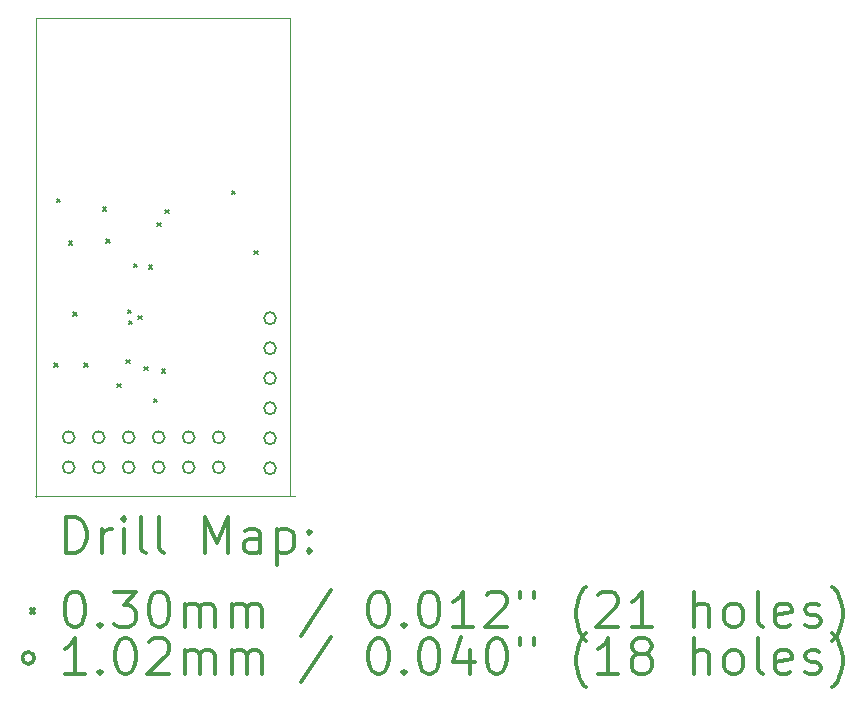
<source format=gbr>
%FSLAX45Y45*%
G04 Gerber Fmt 4.5, Leading zero omitted, Abs format (unit mm)*
G04 Created by KiCad (PCBNEW (2014-11-21 BZR 5297)-product) date So 01 Feb 2015 20:06:11 CET*
%MOMM*%
G01*
G04 APERTURE LIST*
%ADD10C,0.127000*%
%ADD11C,0.100000*%
%ADD12C,0.200000*%
%ADD13C,0.300000*%
G04 APERTURE END LIST*
D10*
D11*
X21850000Y-9080000D02*
X21850000Y-9150000D01*
X19700000Y-9080000D02*
X19700000Y-9160000D01*
X21850000Y-5100000D02*
X21850000Y-9100000D01*
X19700000Y-5100000D02*
X21850000Y-5100000D01*
X19700000Y-9100000D02*
X19700000Y-5100000D01*
X21890000Y-9150000D02*
X19690000Y-9150000D01*
D12*
X19855000Y-8025000D02*
X19885000Y-8055000D01*
X19885000Y-8025000D02*
X19855000Y-8055000D01*
X19875000Y-6635000D02*
X19905000Y-6665000D01*
X19905000Y-6635000D02*
X19875000Y-6665000D01*
X19975000Y-6995000D02*
X20005000Y-7025000D01*
X20005000Y-6995000D02*
X19975000Y-7025000D01*
X20015000Y-7595000D02*
X20045000Y-7625000D01*
X20045000Y-7595000D02*
X20015000Y-7625000D01*
X20105000Y-8025000D02*
X20135000Y-8055000D01*
X20135000Y-8025000D02*
X20105000Y-8055000D01*
X20265000Y-6705000D02*
X20295000Y-6735000D01*
X20295000Y-6705000D02*
X20265000Y-6735000D01*
X20295000Y-6975000D02*
X20325000Y-7005000D01*
X20325000Y-6975000D02*
X20295000Y-7005000D01*
X20384337Y-8199644D02*
X20414337Y-8229644D01*
X20414337Y-8199644D02*
X20384337Y-8229644D01*
X20465000Y-7995000D02*
X20495000Y-8025000D01*
X20495000Y-7995000D02*
X20465000Y-8025000D01*
X20475000Y-7575000D02*
X20505000Y-7605000D01*
X20505000Y-7575000D02*
X20475000Y-7605000D01*
X20485000Y-7665000D02*
X20515000Y-7695000D01*
X20515000Y-7665000D02*
X20485000Y-7695000D01*
X20525000Y-7185000D02*
X20555000Y-7215000D01*
X20555000Y-7185000D02*
X20525000Y-7215000D01*
X20565000Y-7625000D02*
X20595000Y-7655000D01*
X20595000Y-7625000D02*
X20565000Y-7655000D01*
X20615000Y-8055000D02*
X20645000Y-8085000D01*
X20645000Y-8055000D02*
X20615000Y-8085000D01*
X20655000Y-7195000D02*
X20685000Y-7225000D01*
X20685000Y-7195000D02*
X20655000Y-7225000D01*
X20695000Y-8325000D02*
X20725000Y-8355000D01*
X20725000Y-8325000D02*
X20695000Y-8355000D01*
X20725000Y-6835000D02*
X20755000Y-6865000D01*
X20755000Y-6835000D02*
X20725000Y-6865000D01*
X20765000Y-8075000D02*
X20795000Y-8105000D01*
X20795000Y-8075000D02*
X20765000Y-8105000D01*
X20795000Y-6725000D02*
X20825000Y-6755000D01*
X20825000Y-6725000D02*
X20795000Y-6755000D01*
X21355000Y-6565000D02*
X21385000Y-6595000D01*
X21385000Y-6565000D02*
X21355000Y-6595000D01*
X21545000Y-7075000D02*
X21575000Y-7105000D01*
X21575000Y-7075000D02*
X21545000Y-7105000D01*
X20025800Y-8653000D02*
G75*
G03X20025800Y-8653000I-50800J0D01*
G01*
X20025800Y-8907000D02*
G75*
G03X20025800Y-8907000I-50800J0D01*
G01*
X20279800Y-8653000D02*
G75*
G03X20279800Y-8653000I-50800J0D01*
G01*
X20279800Y-8907000D02*
G75*
G03X20279800Y-8907000I-50800J0D01*
G01*
X20533800Y-8653000D02*
G75*
G03X20533800Y-8653000I-50800J0D01*
G01*
X20533800Y-8907000D02*
G75*
G03X20533800Y-8907000I-50800J0D01*
G01*
X20787800Y-8653000D02*
G75*
G03X20787800Y-8653000I-50800J0D01*
G01*
X20787800Y-8907000D02*
G75*
G03X20787800Y-8907000I-50800J0D01*
G01*
X21041800Y-8653000D02*
G75*
G03X21041800Y-8653000I-50800J0D01*
G01*
X21041800Y-8907000D02*
G75*
G03X21041800Y-8907000I-50800J0D01*
G01*
X21295800Y-8653000D02*
G75*
G03X21295800Y-8653000I-50800J0D01*
G01*
X21295800Y-8907000D02*
G75*
G03X21295800Y-8907000I-50800J0D01*
G01*
X21730800Y-7645000D02*
G75*
G03X21730800Y-7645000I-50800J0D01*
G01*
X21730800Y-7899000D02*
G75*
G03X21730800Y-7899000I-50800J0D01*
G01*
X21730800Y-8153000D02*
G75*
G03X21730800Y-8153000I-50800J0D01*
G01*
X21730800Y-8407000D02*
G75*
G03X21730800Y-8407000I-50800J0D01*
G01*
X21730800Y-8661000D02*
G75*
G03X21730800Y-8661000I-50800J0D01*
G01*
X21730800Y-8915000D02*
G75*
G03X21730800Y-8915000I-50800J0D01*
G01*
D13*
X19956429Y-9630714D02*
X19956429Y-9330714D01*
X20027857Y-9330714D01*
X20070714Y-9345000D01*
X20099286Y-9373572D01*
X20113571Y-9402143D01*
X20127857Y-9459286D01*
X20127857Y-9502143D01*
X20113571Y-9559286D01*
X20099286Y-9587857D01*
X20070714Y-9616429D01*
X20027857Y-9630714D01*
X19956429Y-9630714D01*
X20256429Y-9630714D02*
X20256429Y-9430714D01*
X20256429Y-9487857D02*
X20270714Y-9459286D01*
X20285000Y-9445000D01*
X20313571Y-9430714D01*
X20342143Y-9430714D01*
X20442143Y-9630714D02*
X20442143Y-9430714D01*
X20442143Y-9330714D02*
X20427857Y-9345000D01*
X20442143Y-9359286D01*
X20456429Y-9345000D01*
X20442143Y-9330714D01*
X20442143Y-9359286D01*
X20627857Y-9630714D02*
X20599286Y-9616429D01*
X20585000Y-9587857D01*
X20585000Y-9330714D01*
X20785000Y-9630714D02*
X20756429Y-9616429D01*
X20742143Y-9587857D01*
X20742143Y-9330714D01*
X21127857Y-9630714D02*
X21127857Y-9330714D01*
X21227857Y-9545000D01*
X21327857Y-9330714D01*
X21327857Y-9630714D01*
X21599286Y-9630714D02*
X21599286Y-9473572D01*
X21585000Y-9445000D01*
X21556429Y-9430714D01*
X21499286Y-9430714D01*
X21470714Y-9445000D01*
X21599286Y-9616429D02*
X21570714Y-9630714D01*
X21499286Y-9630714D01*
X21470714Y-9616429D01*
X21456429Y-9587857D01*
X21456429Y-9559286D01*
X21470714Y-9530714D01*
X21499286Y-9516429D01*
X21570714Y-9516429D01*
X21599286Y-9502143D01*
X21742143Y-9430714D02*
X21742143Y-9730714D01*
X21742143Y-9445000D02*
X21770714Y-9430714D01*
X21827857Y-9430714D01*
X21856429Y-9445000D01*
X21870714Y-9459286D01*
X21885000Y-9487857D01*
X21885000Y-9573572D01*
X21870714Y-9602143D01*
X21856429Y-9616429D01*
X21827857Y-9630714D01*
X21770714Y-9630714D01*
X21742143Y-9616429D01*
X22013571Y-9602143D02*
X22027857Y-9616429D01*
X22013571Y-9630714D01*
X21999286Y-9616429D01*
X22013571Y-9602143D01*
X22013571Y-9630714D01*
X22013571Y-9445000D02*
X22027857Y-9459286D01*
X22013571Y-9473572D01*
X21999286Y-9459286D01*
X22013571Y-9445000D01*
X22013571Y-9473572D01*
X19655000Y-10110000D02*
X19685000Y-10140000D01*
X19685000Y-10110000D02*
X19655000Y-10140000D01*
X20013571Y-9960714D02*
X20042143Y-9960714D01*
X20070714Y-9975000D01*
X20085000Y-9989286D01*
X20099286Y-10017857D01*
X20113571Y-10075000D01*
X20113571Y-10146429D01*
X20099286Y-10203572D01*
X20085000Y-10232143D01*
X20070714Y-10246429D01*
X20042143Y-10260714D01*
X20013571Y-10260714D01*
X19985000Y-10246429D01*
X19970714Y-10232143D01*
X19956429Y-10203572D01*
X19942143Y-10146429D01*
X19942143Y-10075000D01*
X19956429Y-10017857D01*
X19970714Y-9989286D01*
X19985000Y-9975000D01*
X20013571Y-9960714D01*
X20242143Y-10232143D02*
X20256429Y-10246429D01*
X20242143Y-10260714D01*
X20227857Y-10246429D01*
X20242143Y-10232143D01*
X20242143Y-10260714D01*
X20356428Y-9960714D02*
X20542143Y-9960714D01*
X20442143Y-10075000D01*
X20485000Y-10075000D01*
X20513571Y-10089286D01*
X20527857Y-10103572D01*
X20542143Y-10132143D01*
X20542143Y-10203572D01*
X20527857Y-10232143D01*
X20513571Y-10246429D01*
X20485000Y-10260714D01*
X20399286Y-10260714D01*
X20370714Y-10246429D01*
X20356428Y-10232143D01*
X20727857Y-9960714D02*
X20756429Y-9960714D01*
X20785000Y-9975000D01*
X20799286Y-9989286D01*
X20813571Y-10017857D01*
X20827857Y-10075000D01*
X20827857Y-10146429D01*
X20813571Y-10203572D01*
X20799286Y-10232143D01*
X20785000Y-10246429D01*
X20756429Y-10260714D01*
X20727857Y-10260714D01*
X20699286Y-10246429D01*
X20685000Y-10232143D01*
X20670714Y-10203572D01*
X20656429Y-10146429D01*
X20656429Y-10075000D01*
X20670714Y-10017857D01*
X20685000Y-9989286D01*
X20699286Y-9975000D01*
X20727857Y-9960714D01*
X20956429Y-10260714D02*
X20956429Y-10060714D01*
X20956429Y-10089286D02*
X20970714Y-10075000D01*
X20999286Y-10060714D01*
X21042143Y-10060714D01*
X21070714Y-10075000D01*
X21085000Y-10103572D01*
X21085000Y-10260714D01*
X21085000Y-10103572D02*
X21099286Y-10075000D01*
X21127857Y-10060714D01*
X21170714Y-10060714D01*
X21199286Y-10075000D01*
X21213571Y-10103572D01*
X21213571Y-10260714D01*
X21356429Y-10260714D02*
X21356429Y-10060714D01*
X21356429Y-10089286D02*
X21370714Y-10075000D01*
X21399286Y-10060714D01*
X21442143Y-10060714D01*
X21470714Y-10075000D01*
X21485000Y-10103572D01*
X21485000Y-10260714D01*
X21485000Y-10103572D02*
X21499286Y-10075000D01*
X21527857Y-10060714D01*
X21570714Y-10060714D01*
X21599286Y-10075000D01*
X21613571Y-10103572D01*
X21613571Y-10260714D01*
X22199286Y-9946429D02*
X21942143Y-10332143D01*
X22585000Y-9960714D02*
X22613571Y-9960714D01*
X22642143Y-9975000D01*
X22656428Y-9989286D01*
X22670714Y-10017857D01*
X22685000Y-10075000D01*
X22685000Y-10146429D01*
X22670714Y-10203572D01*
X22656428Y-10232143D01*
X22642143Y-10246429D01*
X22613571Y-10260714D01*
X22585000Y-10260714D01*
X22556428Y-10246429D01*
X22542143Y-10232143D01*
X22527857Y-10203572D01*
X22513571Y-10146429D01*
X22513571Y-10075000D01*
X22527857Y-10017857D01*
X22542143Y-9989286D01*
X22556428Y-9975000D01*
X22585000Y-9960714D01*
X22813571Y-10232143D02*
X22827857Y-10246429D01*
X22813571Y-10260714D01*
X22799286Y-10246429D01*
X22813571Y-10232143D01*
X22813571Y-10260714D01*
X23013571Y-9960714D02*
X23042143Y-9960714D01*
X23070714Y-9975000D01*
X23085000Y-9989286D01*
X23099285Y-10017857D01*
X23113571Y-10075000D01*
X23113571Y-10146429D01*
X23099285Y-10203572D01*
X23085000Y-10232143D01*
X23070714Y-10246429D01*
X23042143Y-10260714D01*
X23013571Y-10260714D01*
X22985000Y-10246429D01*
X22970714Y-10232143D01*
X22956428Y-10203572D01*
X22942143Y-10146429D01*
X22942143Y-10075000D01*
X22956428Y-10017857D01*
X22970714Y-9989286D01*
X22985000Y-9975000D01*
X23013571Y-9960714D01*
X23399285Y-10260714D02*
X23227857Y-10260714D01*
X23313571Y-10260714D02*
X23313571Y-9960714D01*
X23285000Y-10003572D01*
X23256428Y-10032143D01*
X23227857Y-10046429D01*
X23513571Y-9989286D02*
X23527857Y-9975000D01*
X23556428Y-9960714D01*
X23627857Y-9960714D01*
X23656428Y-9975000D01*
X23670714Y-9989286D01*
X23685000Y-10017857D01*
X23685000Y-10046429D01*
X23670714Y-10089286D01*
X23499285Y-10260714D01*
X23685000Y-10260714D01*
X23799286Y-9960714D02*
X23799286Y-10017857D01*
X23913571Y-9960714D02*
X23913571Y-10017857D01*
X24356428Y-10375000D02*
X24342143Y-10360714D01*
X24313571Y-10317857D01*
X24299285Y-10289286D01*
X24285000Y-10246429D01*
X24270714Y-10175000D01*
X24270714Y-10117857D01*
X24285000Y-10046429D01*
X24299285Y-10003572D01*
X24313571Y-9975000D01*
X24342143Y-9932143D01*
X24356428Y-9917857D01*
X24456428Y-9989286D02*
X24470714Y-9975000D01*
X24499285Y-9960714D01*
X24570714Y-9960714D01*
X24599285Y-9975000D01*
X24613571Y-9989286D01*
X24627857Y-10017857D01*
X24627857Y-10046429D01*
X24613571Y-10089286D01*
X24442143Y-10260714D01*
X24627857Y-10260714D01*
X24913571Y-10260714D02*
X24742143Y-10260714D01*
X24827857Y-10260714D02*
X24827857Y-9960714D01*
X24799285Y-10003572D01*
X24770714Y-10032143D01*
X24742143Y-10046429D01*
X25270714Y-10260714D02*
X25270714Y-9960714D01*
X25399285Y-10260714D02*
X25399285Y-10103572D01*
X25385000Y-10075000D01*
X25356428Y-10060714D01*
X25313571Y-10060714D01*
X25285000Y-10075000D01*
X25270714Y-10089286D01*
X25585000Y-10260714D02*
X25556428Y-10246429D01*
X25542143Y-10232143D01*
X25527857Y-10203572D01*
X25527857Y-10117857D01*
X25542143Y-10089286D01*
X25556428Y-10075000D01*
X25585000Y-10060714D01*
X25627857Y-10060714D01*
X25656428Y-10075000D01*
X25670714Y-10089286D01*
X25685000Y-10117857D01*
X25685000Y-10203572D01*
X25670714Y-10232143D01*
X25656428Y-10246429D01*
X25627857Y-10260714D01*
X25585000Y-10260714D01*
X25856428Y-10260714D02*
X25827857Y-10246429D01*
X25813571Y-10217857D01*
X25813571Y-9960714D01*
X26085000Y-10246429D02*
X26056428Y-10260714D01*
X25999286Y-10260714D01*
X25970714Y-10246429D01*
X25956428Y-10217857D01*
X25956428Y-10103572D01*
X25970714Y-10075000D01*
X25999286Y-10060714D01*
X26056428Y-10060714D01*
X26085000Y-10075000D01*
X26099286Y-10103572D01*
X26099286Y-10132143D01*
X25956428Y-10160714D01*
X26213571Y-10246429D02*
X26242143Y-10260714D01*
X26299286Y-10260714D01*
X26327857Y-10246429D01*
X26342143Y-10217857D01*
X26342143Y-10203572D01*
X26327857Y-10175000D01*
X26299286Y-10160714D01*
X26256428Y-10160714D01*
X26227857Y-10146429D01*
X26213571Y-10117857D01*
X26213571Y-10103572D01*
X26227857Y-10075000D01*
X26256428Y-10060714D01*
X26299286Y-10060714D01*
X26327857Y-10075000D01*
X26442143Y-10375000D02*
X26456428Y-10360714D01*
X26485000Y-10317857D01*
X26499286Y-10289286D01*
X26513571Y-10246429D01*
X26527857Y-10175000D01*
X26527857Y-10117857D01*
X26513571Y-10046429D01*
X26499286Y-10003572D01*
X26485000Y-9975000D01*
X26456428Y-9932143D01*
X26442143Y-9917857D01*
X19685000Y-10521000D02*
G75*
G03X19685000Y-10521000I-50800J0D01*
G01*
X20113571Y-10656714D02*
X19942143Y-10656714D01*
X20027857Y-10656714D02*
X20027857Y-10356714D01*
X19999286Y-10399572D01*
X19970714Y-10428143D01*
X19942143Y-10442429D01*
X20242143Y-10628143D02*
X20256429Y-10642429D01*
X20242143Y-10656714D01*
X20227857Y-10642429D01*
X20242143Y-10628143D01*
X20242143Y-10656714D01*
X20442143Y-10356714D02*
X20470714Y-10356714D01*
X20499286Y-10371000D01*
X20513571Y-10385286D01*
X20527857Y-10413857D01*
X20542143Y-10471000D01*
X20542143Y-10542429D01*
X20527857Y-10599572D01*
X20513571Y-10628143D01*
X20499286Y-10642429D01*
X20470714Y-10656714D01*
X20442143Y-10656714D01*
X20413571Y-10642429D01*
X20399286Y-10628143D01*
X20385000Y-10599572D01*
X20370714Y-10542429D01*
X20370714Y-10471000D01*
X20385000Y-10413857D01*
X20399286Y-10385286D01*
X20413571Y-10371000D01*
X20442143Y-10356714D01*
X20656429Y-10385286D02*
X20670714Y-10371000D01*
X20699286Y-10356714D01*
X20770714Y-10356714D01*
X20799286Y-10371000D01*
X20813571Y-10385286D01*
X20827857Y-10413857D01*
X20827857Y-10442429D01*
X20813571Y-10485286D01*
X20642143Y-10656714D01*
X20827857Y-10656714D01*
X20956429Y-10656714D02*
X20956429Y-10456714D01*
X20956429Y-10485286D02*
X20970714Y-10471000D01*
X20999286Y-10456714D01*
X21042143Y-10456714D01*
X21070714Y-10471000D01*
X21085000Y-10499572D01*
X21085000Y-10656714D01*
X21085000Y-10499572D02*
X21099286Y-10471000D01*
X21127857Y-10456714D01*
X21170714Y-10456714D01*
X21199286Y-10471000D01*
X21213571Y-10499572D01*
X21213571Y-10656714D01*
X21356429Y-10656714D02*
X21356429Y-10456714D01*
X21356429Y-10485286D02*
X21370714Y-10471000D01*
X21399286Y-10456714D01*
X21442143Y-10456714D01*
X21470714Y-10471000D01*
X21485000Y-10499572D01*
X21485000Y-10656714D01*
X21485000Y-10499572D02*
X21499286Y-10471000D01*
X21527857Y-10456714D01*
X21570714Y-10456714D01*
X21599286Y-10471000D01*
X21613571Y-10499572D01*
X21613571Y-10656714D01*
X22199286Y-10342429D02*
X21942143Y-10728143D01*
X22585000Y-10356714D02*
X22613571Y-10356714D01*
X22642143Y-10371000D01*
X22656428Y-10385286D01*
X22670714Y-10413857D01*
X22685000Y-10471000D01*
X22685000Y-10542429D01*
X22670714Y-10599572D01*
X22656428Y-10628143D01*
X22642143Y-10642429D01*
X22613571Y-10656714D01*
X22585000Y-10656714D01*
X22556428Y-10642429D01*
X22542143Y-10628143D01*
X22527857Y-10599572D01*
X22513571Y-10542429D01*
X22513571Y-10471000D01*
X22527857Y-10413857D01*
X22542143Y-10385286D01*
X22556428Y-10371000D01*
X22585000Y-10356714D01*
X22813571Y-10628143D02*
X22827857Y-10642429D01*
X22813571Y-10656714D01*
X22799286Y-10642429D01*
X22813571Y-10628143D01*
X22813571Y-10656714D01*
X23013571Y-10356714D02*
X23042143Y-10356714D01*
X23070714Y-10371000D01*
X23085000Y-10385286D01*
X23099285Y-10413857D01*
X23113571Y-10471000D01*
X23113571Y-10542429D01*
X23099285Y-10599572D01*
X23085000Y-10628143D01*
X23070714Y-10642429D01*
X23042143Y-10656714D01*
X23013571Y-10656714D01*
X22985000Y-10642429D01*
X22970714Y-10628143D01*
X22956428Y-10599572D01*
X22942143Y-10542429D01*
X22942143Y-10471000D01*
X22956428Y-10413857D01*
X22970714Y-10385286D01*
X22985000Y-10371000D01*
X23013571Y-10356714D01*
X23370714Y-10456714D02*
X23370714Y-10656714D01*
X23299285Y-10342429D02*
X23227857Y-10556714D01*
X23413571Y-10556714D01*
X23585000Y-10356714D02*
X23613571Y-10356714D01*
X23642143Y-10371000D01*
X23656428Y-10385286D01*
X23670714Y-10413857D01*
X23685000Y-10471000D01*
X23685000Y-10542429D01*
X23670714Y-10599572D01*
X23656428Y-10628143D01*
X23642143Y-10642429D01*
X23613571Y-10656714D01*
X23585000Y-10656714D01*
X23556428Y-10642429D01*
X23542143Y-10628143D01*
X23527857Y-10599572D01*
X23513571Y-10542429D01*
X23513571Y-10471000D01*
X23527857Y-10413857D01*
X23542143Y-10385286D01*
X23556428Y-10371000D01*
X23585000Y-10356714D01*
X23799286Y-10356714D02*
X23799286Y-10413857D01*
X23913571Y-10356714D02*
X23913571Y-10413857D01*
X24356428Y-10771000D02*
X24342143Y-10756714D01*
X24313571Y-10713857D01*
X24299285Y-10685286D01*
X24285000Y-10642429D01*
X24270714Y-10571000D01*
X24270714Y-10513857D01*
X24285000Y-10442429D01*
X24299285Y-10399572D01*
X24313571Y-10371000D01*
X24342143Y-10328143D01*
X24356428Y-10313857D01*
X24627857Y-10656714D02*
X24456428Y-10656714D01*
X24542143Y-10656714D02*
X24542143Y-10356714D01*
X24513571Y-10399572D01*
X24485000Y-10428143D01*
X24456428Y-10442429D01*
X24799285Y-10485286D02*
X24770714Y-10471000D01*
X24756428Y-10456714D01*
X24742143Y-10428143D01*
X24742143Y-10413857D01*
X24756428Y-10385286D01*
X24770714Y-10371000D01*
X24799285Y-10356714D01*
X24856428Y-10356714D01*
X24885000Y-10371000D01*
X24899285Y-10385286D01*
X24913571Y-10413857D01*
X24913571Y-10428143D01*
X24899285Y-10456714D01*
X24885000Y-10471000D01*
X24856428Y-10485286D01*
X24799285Y-10485286D01*
X24770714Y-10499572D01*
X24756428Y-10513857D01*
X24742143Y-10542429D01*
X24742143Y-10599572D01*
X24756428Y-10628143D01*
X24770714Y-10642429D01*
X24799285Y-10656714D01*
X24856428Y-10656714D01*
X24885000Y-10642429D01*
X24899285Y-10628143D01*
X24913571Y-10599572D01*
X24913571Y-10542429D01*
X24899285Y-10513857D01*
X24885000Y-10499572D01*
X24856428Y-10485286D01*
X25270714Y-10656714D02*
X25270714Y-10356714D01*
X25399285Y-10656714D02*
X25399285Y-10499572D01*
X25385000Y-10471000D01*
X25356428Y-10456714D01*
X25313571Y-10456714D01*
X25285000Y-10471000D01*
X25270714Y-10485286D01*
X25585000Y-10656714D02*
X25556428Y-10642429D01*
X25542143Y-10628143D01*
X25527857Y-10599572D01*
X25527857Y-10513857D01*
X25542143Y-10485286D01*
X25556428Y-10471000D01*
X25585000Y-10456714D01*
X25627857Y-10456714D01*
X25656428Y-10471000D01*
X25670714Y-10485286D01*
X25685000Y-10513857D01*
X25685000Y-10599572D01*
X25670714Y-10628143D01*
X25656428Y-10642429D01*
X25627857Y-10656714D01*
X25585000Y-10656714D01*
X25856428Y-10656714D02*
X25827857Y-10642429D01*
X25813571Y-10613857D01*
X25813571Y-10356714D01*
X26085000Y-10642429D02*
X26056428Y-10656714D01*
X25999286Y-10656714D01*
X25970714Y-10642429D01*
X25956428Y-10613857D01*
X25956428Y-10499572D01*
X25970714Y-10471000D01*
X25999286Y-10456714D01*
X26056428Y-10456714D01*
X26085000Y-10471000D01*
X26099286Y-10499572D01*
X26099286Y-10528143D01*
X25956428Y-10556714D01*
X26213571Y-10642429D02*
X26242143Y-10656714D01*
X26299286Y-10656714D01*
X26327857Y-10642429D01*
X26342143Y-10613857D01*
X26342143Y-10599572D01*
X26327857Y-10571000D01*
X26299286Y-10556714D01*
X26256428Y-10556714D01*
X26227857Y-10542429D01*
X26213571Y-10513857D01*
X26213571Y-10499572D01*
X26227857Y-10471000D01*
X26256428Y-10456714D01*
X26299286Y-10456714D01*
X26327857Y-10471000D01*
X26442143Y-10771000D02*
X26456428Y-10756714D01*
X26485000Y-10713857D01*
X26499286Y-10685286D01*
X26513571Y-10642429D01*
X26527857Y-10571000D01*
X26527857Y-10513857D01*
X26513571Y-10442429D01*
X26499286Y-10399572D01*
X26485000Y-10371000D01*
X26456428Y-10328143D01*
X26442143Y-10313857D01*
M02*

</source>
